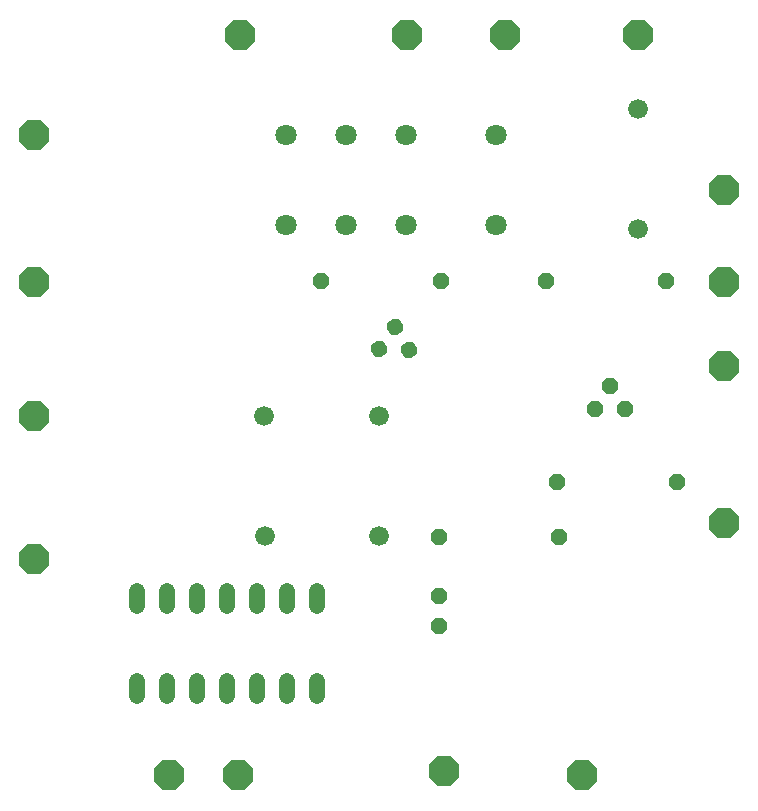
<source format=gbr>
G04 EAGLE Gerber RS-274X export*
G75*
%MOMM*%
%FSLAX34Y34*%
%LPD*%
%INBottom Copper*%
%IPPOS*%
%AMOC8*
5,1,8,0,0,1.08239X$1,22.5*%
G01*
%ADD10P,2.749271X8X22.500000*%
%ADD11P,1.429621X8X292.500000*%
%ADD12C,1.676400*%
%ADD13C,1.320800*%
%ADD14C,1.800000*%
%ADD15P,1.429621X8X380.300000*%
%ADD16P,1.429621X8X22.500000*%
%ADD17P,1.429621X8X202.500000*%
%ADD18C,0.152400*%


D10*
X382400Y658800D03*
X465500Y658800D03*
X577900Y658800D03*
D11*
X409600Y183800D03*
X409600Y158400D03*
D12*
X358700Y335900D03*
X358700Y234300D03*
X261345Y335899D03*
X262055Y234301D03*
X577700Y494300D03*
X577700Y595900D03*
D10*
X650900Y527200D03*
X650900Y245300D03*
X66800Y449800D03*
X413700Y35800D03*
X66800Y215300D03*
D13*
X153900Y112004D02*
X153900Y98796D01*
X179300Y98796D02*
X179300Y112004D01*
X306300Y112004D02*
X306300Y98796D01*
X306300Y174996D02*
X306300Y188204D01*
X204700Y112004D02*
X204700Y98796D01*
X230100Y98796D02*
X230100Y112004D01*
X280900Y112004D02*
X280900Y98796D01*
X255500Y98796D02*
X255500Y112004D01*
X280900Y174996D02*
X280900Y188204D01*
X255500Y188204D02*
X255500Y174996D01*
X230100Y174996D02*
X230100Y188204D01*
X204700Y188204D02*
X204700Y174996D01*
X179300Y174996D02*
X179300Y188204D01*
X153900Y188204D02*
X153900Y174996D01*
D14*
X457600Y498100D03*
X457600Y574300D03*
X381400Y574300D03*
X330600Y574300D03*
X279800Y574300D03*
X381400Y498100D03*
X330600Y498100D03*
X279800Y498100D03*
D10*
X650900Y378300D03*
X530900Y31800D03*
X241200Y658300D03*
X66800Y335800D03*
X180900Y31800D03*
X239000Y31800D03*
D15*
X358709Y392788D03*
X372131Y411336D03*
X384091Y391812D03*
D16*
X567100Y342300D03*
X554400Y361350D03*
X541700Y342300D03*
D10*
X66800Y574300D03*
X650900Y449800D03*
D16*
X309200Y450000D03*
X410800Y450000D03*
X500200Y450000D03*
X601800Y450000D03*
X409200Y234000D03*
X510800Y234000D03*
D17*
X610800Y280000D03*
X509200Y280000D03*
D18*
X577900Y658800D02*
X577596Y659892D01*
X466344Y659892D02*
X465500Y658800D01*
M02*

</source>
